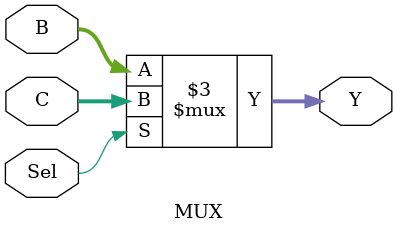
<source format=v>

module Next_PC (
    input Branch,
    input Zero,
    input [63:0] PC,
    input [63:0] Target,
    output reg [63:0] next_pc
);
    wire w1;
    wire carry;
    wire [63:0] PC_4;
    wire [63:0] Solution;

    // AND gate for Branch & Zero
    and U1(w1, Branch, Zero);

    // Full Adder for PC + 4
    full_adder general_address (
        .A(PC),
        .B(64'd4),
        .Cin(1'b0),
        .S(PC_4),
        .C(carry)
    );

    // MUX to choose next PC
    MUX U2 (
        .B(PC_4),
        .C(Target),
        .Sel(w1),
        .Y(Solution)
    );

    always @(*) begin
        next_pc = Solution;
    end
endmodule

module MUX (
    input wire [63:0] B,     
    input wire [63:0] C,      
    input wire Sel,          
    output reg [63:0] Y      
);
    always @(*) begin
        if (Sel)
            Y = C;   
        else
            Y = B;   
    end
endmodule

</source>
